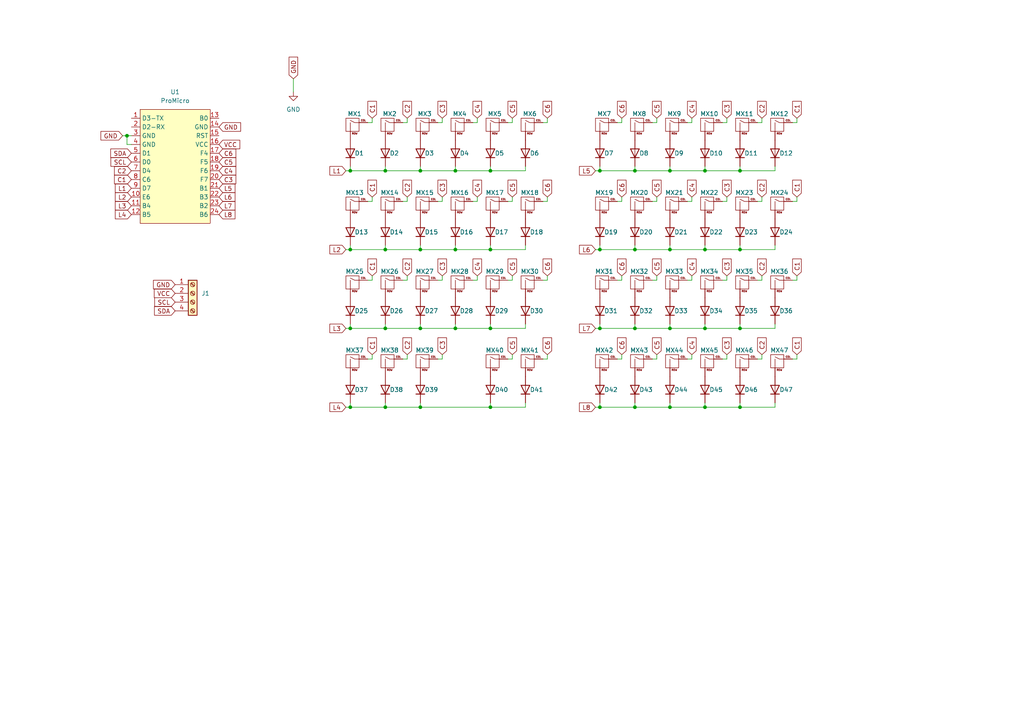
<source format=kicad_sch>
(kicad_sch (version 20230121) (generator eeschema)
  (paper "A4")
  (junction (at 142.24 95.25))
  (junction (at 184.15 95.25))
  (junction (at 194.31 49.53))
  (junction (at 111.76 118.11))
  (junction (at 184.15 118.11))
  (junction (at 173.99 95.25))
  (junction (at 111.76 95.25))
  (junction (at 101.6 95.25))
  (junction (at 173.99 118.11))
  (junction (at 132.08 95.25))
  (junction (at 194.31 95.25))
  (junction (at 214.63 49.53))
  (junction (at 101.6 72.39))
  (junction (at 121.92 72.39))
  (junction (at 194.31 72.39))
  (junction (at 194.31 118.11))
  (junction (at 173.99 72.39))
  (junction (at 142.24 72.39))
  (junction (at 121.92 95.25))
  (junction (at 111.76 72.39))
  (junction (at 121.92 49.53))
  (junction (at 101.6 118.11))
  (junction (at 36.83 39.37))
  (junction (at 204.47 95.25))
  (junction (at 204.47 118.11))
  (junction (at 132.08 72.39))
  (junction (at 142.24 118.11))
  (junction (at 173.99 49.53))
  (junction (at 184.15 49.53))
  (junction (at 204.47 72.39))
  (junction (at 111.76 49.53))
  (junction (at 214.63 118.11))
  (junction (at 121.92 118.11))
  (junction (at 101.6 49.53))
  (junction (at 214.63 95.25))
  (junction (at 132.08 49.53))
  (junction (at 184.15 72.39))
  (junction (at 142.24 49.53))
  (junction (at 204.47 49.53))
  (junction (at 214.63 72.39))
  (wire (pts (xy 142.24 118.11) (xy 142.24 116.84)))
  (wire (pts (xy 204.47 72.39) (xy 214.63 72.39)))
  (wire (pts (xy 179.07 58.42) (xy 180.34 58.42)))
  (wire (pts (xy 138.43 34.29) (xy 138.43 35.56)))
  (wire (pts (xy 132.08 95.25) (xy 142.24 95.25)))
  (wire (pts (xy 194.31 72.39) (xy 194.31 71.12)))
  (wire (pts (xy 101.6 72.39) (xy 111.76 72.39)))
  (wire (pts (xy 189.23 104.14) (xy 190.5 104.14)))
  (wire (pts (xy 184.15 118.11) (xy 194.31 118.11)))
  (wire (pts (xy 111.76 95.25) (xy 111.76 93.98)))
  (wire (pts (xy 128.27 57.15) (xy 128.27 58.42)))
  (wire (pts (xy 142.24 72.39) (xy 142.24 71.12)))
  (wire (pts (xy 132.08 72.39) (xy 142.24 72.39)))
  (wire (pts (xy 199.39 58.42) (xy 200.66 58.42)))
  (wire (pts (xy 118.11 34.29) (xy 118.11 35.56)))
  (wire (pts (xy 199.39 81.28) (xy 200.66 81.28)))
  (wire (pts (xy 157.48 58.42) (xy 158.75 58.42)))
  (wire (pts (xy 179.07 81.28) (xy 180.34 81.28)))
  (wire (pts (xy 229.87 81.28) (xy 231.14 81.28)))
  (wire (pts (xy 180.34 57.15) (xy 180.34 58.42)))
  (wire (pts (xy 118.11 57.15) (xy 118.11 58.42)))
  (wire (pts (xy 214.63 72.39) (xy 224.79 72.39)))
  (wire (pts (xy 142.24 72.39) (xy 152.4 72.39)))
  (wire (pts (xy 107.95 102.87) (xy 107.95 104.14)))
  (wire (pts (xy 121.92 49.53) (xy 132.08 49.53)))
  (wire (pts (xy 142.24 95.25) (xy 142.24 93.98)))
  (wire (pts (xy 194.31 118.11) (xy 194.31 116.84)))
  (wire (pts (xy 214.63 95.25) (xy 214.63 93.98)))
  (wire (pts (xy 132.08 95.25) (xy 132.08 93.98)))
  (wire (pts (xy 204.47 118.11) (xy 204.47 116.84)))
  (wire (pts (xy 148.59 102.87) (xy 148.59 104.14)))
  (wire (pts (xy 118.11 102.87) (xy 118.11 104.14)))
  (wire (pts (xy 172.72 72.39) (xy 173.99 72.39)))
  (wire (pts (xy 172.72 49.53) (xy 173.99 49.53)))
  (wire (pts (xy 100.33 118.11) (xy 101.6 118.11)))
  (wire (pts (xy 101.6 49.53) (xy 101.6 48.26)))
  (wire (pts (xy 107.95 80.01) (xy 107.95 81.28)))
  (wire (pts (xy 121.92 72.39) (xy 121.92 71.12)))
  (wire (pts (xy 179.07 104.14) (xy 180.34 104.14)))
  (wire (pts (xy 219.71 35.56) (xy 220.98 35.56)))
  (wire (pts (xy 148.59 34.29) (xy 148.59 35.56)))
  (wire (pts (xy 101.6 118.11) (xy 101.6 116.84)))
  (wire (pts (xy 190.5 80.01) (xy 190.5 81.28)))
  (wire (pts (xy 229.87 35.56) (xy 231.14 35.56)))
  (wire (pts (xy 101.6 95.25) (xy 101.6 93.98)))
  (wire (pts (xy 106.68 35.56) (xy 107.95 35.56)))
  (wire (pts (xy 157.48 81.28) (xy 158.75 81.28)))
  (wire (pts (xy 121.92 95.25) (xy 132.08 95.25)))
  (wire (pts (xy 219.71 81.28) (xy 220.98 81.28)))
  (wire (pts (xy 184.15 118.11) (xy 184.15 116.84)))
  (wire (pts (xy 194.31 95.25) (xy 194.31 93.98)))
  (wire (pts (xy 190.5 34.29) (xy 190.5 35.56)))
  (wire (pts (xy 209.55 58.42) (xy 210.82 58.42)))
  (wire (pts (xy 214.63 49.53) (xy 214.63 48.26)))
  (wire (pts (xy 229.87 104.14) (xy 231.14 104.14)))
  (wire (pts (xy 158.75 102.87) (xy 158.75 104.14)))
  (wire (pts (xy 199.39 104.14) (xy 200.66 104.14)))
  (wire (pts (xy 142.24 49.53) (xy 152.4 49.53)))
  (wire (pts (xy 224.79 95.25) (xy 224.79 93.98)))
  (wire (pts (xy 107.95 34.29) (xy 107.95 35.56)))
  (wire (pts (xy 158.75 34.29) (xy 158.75 35.56)))
  (wire (pts (xy 204.47 49.53) (xy 214.63 49.53)))
  (wire (pts (xy 111.76 49.53) (xy 111.76 48.26)))
  (wire (pts (xy 231.14 34.29) (xy 231.14 35.56)))
  (wire (pts (xy 210.82 80.01) (xy 210.82 81.28)))
  (wire (pts (xy 173.99 72.39) (xy 184.15 72.39)))
  (wire (pts (xy 101.6 95.25) (xy 111.76 95.25)))
  (wire (pts (xy 204.47 49.53) (xy 204.47 48.26)))
  (wire (pts (xy 128.27 80.01) (xy 128.27 81.28)))
  (wire (pts (xy 220.98 57.15) (xy 220.98 58.42)))
  (wire (pts (xy 220.98 102.87) (xy 220.98 104.14)))
  (wire (pts (xy 148.59 80.01) (xy 148.59 81.28)))
  (wire (pts (xy 142.24 118.11) (xy 152.4 118.11)))
  (wire (pts (xy 190.5 102.87) (xy 190.5 104.14)))
  (wire (pts (xy 209.55 81.28) (xy 210.82 81.28)))
  (wire (pts (xy 214.63 95.25) (xy 224.79 95.25)))
  (wire (pts (xy 147.32 58.42) (xy 148.59 58.42)))
  (wire (pts (xy 132.08 49.53) (xy 132.08 48.26)))
  (wire (pts (xy 142.24 95.25) (xy 152.4 95.25)))
  (wire (pts (xy 219.71 58.42) (xy 220.98 58.42)))
  (wire (pts (xy 36.83 41.91) (xy 36.83 39.37)))
  (wire (pts (xy 152.4 118.11) (xy 152.4 116.84)))
  (wire (pts (xy 224.79 49.53) (xy 224.79 48.26)))
  (wire (pts (xy 138.43 80.01) (xy 138.43 81.28)))
  (wire (pts (xy 204.47 118.11) (xy 214.63 118.11)))
  (wire (pts (xy 200.66 80.01) (xy 200.66 81.28)))
  (wire (pts (xy 111.76 72.39) (xy 111.76 71.12)))
  (wire (pts (xy 189.23 58.42) (xy 190.5 58.42)))
  (wire (pts (xy 106.68 104.14) (xy 107.95 104.14)))
  (wire (pts (xy 111.76 118.11) (xy 121.92 118.11)))
  (wire (pts (xy 204.47 95.25) (xy 214.63 95.25)))
  (wire (pts (xy 184.15 49.53) (xy 194.31 49.53)))
  (wire (pts (xy 189.23 35.56) (xy 190.5 35.56)))
  (wire (pts (xy 127 81.28) (xy 128.27 81.28)))
  (wire (pts (xy 184.15 72.39) (xy 184.15 71.12)))
  (wire (pts (xy 100.33 95.25) (xy 101.6 95.25)))
  (wire (pts (xy 194.31 118.11) (xy 204.47 118.11)))
  (wire (pts (xy 179.07 35.56) (xy 180.34 35.56)))
  (wire (pts (xy 127 104.14) (xy 128.27 104.14)))
  (wire (pts (xy 200.66 102.87) (xy 200.66 104.14)))
  (wire (pts (xy 200.66 34.29) (xy 200.66 35.56)))
  (wire (pts (xy 107.95 57.15) (xy 107.95 58.42)))
  (wire (pts (xy 199.39 35.56) (xy 200.66 35.56)))
  (wire (pts (xy 204.47 95.25) (xy 204.47 93.98)))
  (wire (pts (xy 194.31 72.39) (xy 204.47 72.39)))
  (wire (pts (xy 111.76 95.25) (xy 121.92 95.25)))
  (wire (pts (xy 214.63 118.11) (xy 214.63 116.84)))
  (wire (pts (xy 189.23 81.28) (xy 190.5 81.28)))
  (wire (pts (xy 214.63 72.39) (xy 214.63 71.12)))
  (wire (pts (xy 147.32 81.28) (xy 148.59 81.28)))
  (wire (pts (xy 111.76 118.11) (xy 111.76 116.84)))
  (wire (pts (xy 137.16 81.28) (xy 138.43 81.28)))
  (wire (pts (xy 214.63 49.53) (xy 224.79 49.53)))
  (wire (pts (xy 147.32 104.14) (xy 148.59 104.14)))
  (wire (pts (xy 180.34 80.01) (xy 180.34 81.28)))
  (wire (pts (xy 152.4 49.53) (xy 152.4 48.26)))
  (wire (pts (xy 101.6 118.11) (xy 111.76 118.11)))
  (wire (pts (xy 173.99 49.53) (xy 173.99 48.26)))
  (wire (pts (xy 137.16 35.56) (xy 138.43 35.56)))
  (wire (pts (xy 229.87 58.42) (xy 231.14 58.42)))
  (wire (pts (xy 147.32 35.56) (xy 148.59 35.56)))
  (wire (pts (xy 194.31 95.25) (xy 204.47 95.25)))
  (wire (pts (xy 116.84 81.28) (xy 118.11 81.28)))
  (wire (pts (xy 224.79 72.39) (xy 224.79 71.12)))
  (wire (pts (xy 209.55 35.56) (xy 210.82 35.56)))
  (wire (pts (xy 152.4 72.39) (xy 152.4 71.12)))
  (wire (pts (xy 116.84 35.56) (xy 118.11 35.56)))
  (wire (pts (xy 157.48 104.14) (xy 158.75 104.14)))
  (wire (pts (xy 101.6 72.39) (xy 101.6 71.12)))
  (wire (pts (xy 173.99 49.53) (xy 184.15 49.53)))
  (wire (pts (xy 214.63 118.11) (xy 224.79 118.11)))
  (wire (pts (xy 200.66 57.15) (xy 200.66 58.42)))
  (wire (pts (xy 184.15 95.25) (xy 194.31 95.25)))
  (wire (pts (xy 184.15 72.39) (xy 194.31 72.39)))
  (wire (pts (xy 231.14 80.01) (xy 231.14 81.28)))
  (wire (pts (xy 173.99 95.25) (xy 184.15 95.25)))
  (wire (pts (xy 220.98 80.01) (xy 220.98 81.28)))
  (wire (pts (xy 36.83 39.37) (xy 38.1 39.37)))
  (wire (pts (xy 111.76 72.39) (xy 121.92 72.39)))
  (wire (pts (xy 204.47 72.39) (xy 204.47 71.12)))
  (wire (pts (xy 118.11 80.01) (xy 118.11 81.28)))
  (wire (pts (xy 184.15 49.53) (xy 184.15 48.26)))
  (wire (pts (xy 106.68 81.28) (xy 107.95 81.28)))
  (wire (pts (xy 173.99 118.11) (xy 184.15 118.11)))
  (wire (pts (xy 100.33 49.53) (xy 101.6 49.53)))
  (wire (pts (xy 194.31 49.53) (xy 204.47 49.53)))
  (wire (pts (xy 35.56 39.37) (xy 36.83 39.37)))
  (wire (pts (xy 172.72 118.11) (xy 173.99 118.11)))
  (wire (pts (xy 148.59 57.15) (xy 148.59 58.42)))
  (wire (pts (xy 220.98 34.29) (xy 220.98 35.56)))
  (wire (pts (xy 100.33 72.39) (xy 101.6 72.39)))
  (wire (pts (xy 106.68 58.42) (xy 107.95 58.42)))
  (wire (pts (xy 157.48 35.56) (xy 158.75 35.56)))
  (wire (pts (xy 190.5 57.15) (xy 190.5 58.42)))
  (wire (pts (xy 132.08 72.39) (xy 132.08 71.12)))
  (wire (pts (xy 152.4 95.25) (xy 152.4 93.98)))
  (wire (pts (xy 116.84 104.14) (xy 118.11 104.14)))
  (wire (pts (xy 128.27 34.29) (xy 128.27 35.56)))
  (wire (pts (xy 121.92 118.11) (xy 121.92 116.84)))
  (wire (pts (xy 173.99 72.39) (xy 173.99 71.12)))
  (wire (pts (xy 116.84 58.42) (xy 118.11 58.42)))
  (wire (pts (xy 121.92 118.11) (xy 142.24 118.11)))
  (wire (pts (xy 180.34 102.87) (xy 180.34 104.14)))
  (wire (pts (xy 138.43 57.15) (xy 138.43 58.42)))
  (wire (pts (xy 121.92 72.39) (xy 132.08 72.39)))
  (wire (pts (xy 231.14 57.15) (xy 231.14 58.42)))
  (wire (pts (xy 132.08 49.53) (xy 142.24 49.53)))
  (wire (pts (xy 121.92 49.53) (xy 121.92 48.26)))
  (wire (pts (xy 101.6 49.53) (xy 111.76 49.53)))
  (wire (pts (xy 158.75 57.15) (xy 158.75 58.42)))
  (wire (pts (xy 180.34 34.29) (xy 180.34 35.56)))
  (wire (pts (xy 158.75 80.01) (xy 158.75 81.28)))
  (wire (pts (xy 219.71 104.14) (xy 220.98 104.14)))
  (wire (pts (xy 111.76 49.53) (xy 121.92 49.53)))
  (wire (pts (xy 121.92 95.25) (xy 121.92 93.98)))
  (wire (pts (xy 194.31 49.53) (xy 194.31 48.26)))
  (wire (pts (xy 127 58.42) (xy 128.27 58.42)))
  (wire (pts (xy 210.82 34.29) (xy 210.82 35.56)))
  (wire (pts (xy 173.99 95.25) (xy 173.99 93.98)))
  (wire (pts (xy 231.14 102.87) (xy 231.14 104.14)))
  (wire (pts (xy 210.82 57.15) (xy 210.82 58.42)))
  (wire (pts (xy 209.55 104.14) (xy 210.82 104.14)))
  (wire (pts (xy 184.15 95.25) (xy 184.15 93.98)))
  (wire (pts (xy 128.27 102.87) (xy 128.27 104.14)))
  (wire (pts (xy 142.24 49.53) (xy 142.24 48.26)))
  (wire (pts (xy 127 35.56) (xy 128.27 35.56)))
  (wire (pts (xy 38.1 41.91) (xy 36.83 41.91)))
  (wire (pts (xy 224.79 118.11) (xy 224.79 116.84)))
  (wire (pts (xy 210.82 102.87) (xy 210.82 104.14)))
  (wire (pts (xy 137.16 58.42) (xy 138.43 58.42)))
  (wire (pts (xy 173.99 118.11) (xy 173.99 116.84)))
  (wire (pts (xy 172.72 95.25) (xy 173.99 95.25)))
  (wire (pts (xy 85.09 22.86) (xy 85.09 26.67)))
  (global_label "C4" (shape input) (at 200.66 34.29 90) (property "Intersheetrefs" "${INTERSHEET_REFS}" (effects hide)))
  (global_label "GND" (shape input) (at 63.5 36.83 0) (property "Intersheetrefs" "${INTERSHEET_REFS}" (effects hide)))
  (global_label "VCC" (shape input) (at 63.5 41.91 0) (property "Intersheetrefs" "${INTERSHEET_REFS}" (effects hide)))
  (global_label "SDA" (shape input) (at 50.8 90.17 180) (property "Intersheetrefs" "${INTERSHEET_REFS}" (effects hide)))
  (global_label "C6" (shape input) (at 63.5 44.45 0) (property "Intersheetrefs" "${INTERSHEET_REFS}" (effects hide)))
  (global_label "C5" (shape input) (at 148.59 102.87 90) (property "Intersheetrefs" "${INTERSHEET_REFS}" (effects hide)))
  (global_label "C1" (shape input) (at 231.14 57.15 90) (property "Intersheetrefs" "${INTERSHEET_REFS}" (effects hide)))
  (global_label "C2" (shape input) (at 118.11 34.29 90) (property "Intersheetrefs" "${INTERSHEET_REFS}" (effects hide)))
  (global_label "C3" (shape input) (at 210.82 34.29 90) (property "Intersheetrefs" "${INTERSHEET_REFS}" (effects hide)))
  (global_label "C5" (shape input) (at 148.59 57.15 90) (property "Intersheetrefs" "${INTERSHEET_REFS}" (effects hide)))
  (global_label "C3" (shape input) (at 128.27 80.01 90) (property "Intersheetrefs" "${INTERSHEET_REFS}" (effects hide)))
  (global_label "C3" (shape input) (at 63.5 52.07 0) (property "Intersheetrefs" "${INTERSHEET_REFS}" (effects hide)))
  (global_label "L8" (shape input) (at 63.5 62.23 0) (property "Intersheetrefs" "${INTERSHEET_REFS}" (effects hide)))
  (global_label "C5" (shape input) (at 148.59 34.29 90) (property "Intersheetrefs" "${INTERSHEET_REFS}" (effects hide)))
  (global_label "C6" (shape input) (at 158.75 57.15 90) (property "Intersheetrefs" "${INTERSHEET_REFS}" (effects hide)))
  (global_label "C6" (shape input) (at 158.75 102.87 90) (property "Intersheetrefs" "${INTERSHEET_REFS}" (effects hide)))
  (global_label "C6" (shape input) (at 180.34 102.87 90) (property "Intersheetrefs" "${INTERSHEET_REFS}" (effects hide)))
  (global_label "SCL" (shape input) (at 38.1 46.99 180) (property "Intersheetrefs" "${INTERSHEET_REFS}" (effects hide)))
  (global_label "C1" (shape input) (at 107.95 34.29 90) (property "Intersheetrefs" "${INTERSHEET_REFS}" (effects hide)))
  (global_label "VCC" (shape input) (at 50.8 85.09 180) (property "Intersheetrefs" "${INTERSHEET_REFS}" (effects hide)))
  (global_label "C1" (shape input) (at 38.1 52.07 180) (property "Intersheetrefs" "${INTERSHEET_REFS}" (effects hide)))
  (global_label "C2" (shape input) (at 220.98 57.15 90) (property "Intersheetrefs" "${INTERSHEET_REFS}" (effects hide)))
  (global_label "C4" (shape input) (at 138.43 57.15 90) (property "Intersheetrefs" "${INTERSHEET_REFS}" (effects hide)))
  (global_label "C5" (shape input) (at 190.5 80.01 90) (property "Intersheetrefs" "${INTERSHEET_REFS}" (effects hide)))
  (global_label "C1" (shape input) (at 231.14 102.87 90) (property "Intersheetrefs" "${INTERSHEET_REFS}" (effects hide)))
  (global_label "C6" (shape input) (at 158.75 80.01 90) (property "Intersheetrefs" "${INTERSHEET_REFS}" (effects hide)))
  (global_label "L5" (shape input) (at 172.72 49.53 180) (property "Intersheetrefs" "${INTERSHEET_REFS}" (effects hide)))
  (global_label "C5" (shape input) (at 190.5 34.29 90) (property "Intersheetrefs" "${INTERSHEET_REFS}" (effects hide)))
  (global_label "C4" (shape input) (at 138.43 80.01 90) (property "Intersheetrefs" "${INTERSHEET_REFS}" (effects hide)))
  (global_label "C5" (shape input) (at 190.5 102.87 90) (property "Intersheetrefs" "${INTERSHEET_REFS}" (effects hide)))
  (global_label "L1" (shape input) (at 38.1 54.61 180) (property "Intersheetrefs" "${INTERSHEET_REFS}" (effects hide)))
  (global_label "C2" (shape input) (at 220.98 80.01 90) (property "Intersheetrefs" "${INTERSHEET_REFS}" (effects hide)))
  (global_label "C4" (shape input) (at 138.43 34.29 90) (property "Intersheetrefs" "${INTERSHEET_REFS}" (effects hide)))
  (global_label "C3" (shape input) (at 210.82 102.87 90) (property "Intersheetrefs" "${INTERSHEET_REFS}" (effects hide)))
  (global_label "C1" (shape input) (at 107.95 57.15 90) (property "Intersheetrefs" "${INTERSHEET_REFS}" (effects hide)))
  (global_label "C5" (shape input) (at 63.5 46.99 0) (property "Intersheetrefs" "${INTERSHEET_REFS}" (effects hide)))
  (global_label "C3" (shape input) (at 210.82 57.15 90) (property "Intersheetrefs" "${INTERSHEET_REFS}" (effects hide)))
  (global_label "C2" (shape input) (at 118.11 57.15 90) (property "Intersheetrefs" "${INTERSHEET_REFS}" (effects hide)))
  (global_label "L4" (shape input) (at 38.1 62.23 180) (property "Intersheetrefs" "${INTERSHEET_REFS}" (effects hide)))
  (global_label "C5" (shape input) (at 190.5 57.15 90) (property "Intersheetrefs" "${INTERSHEET_REFS}" (effects hide)))
  (global_label "L1" (shape input) (at 100.33 49.53 180) (property "Intersheetrefs" "${INTERSHEET_REFS}" (effects hide)))
  (global_label "L2" (shape input) (at 100.33 72.39 180) (property "Intersheetrefs" "${INTERSHEET_REFS}" (effects hide)))
  (global_label "L2" (shape input) (at 38.1 57.15 180) (property "Intersheetrefs" "${INTERSHEET_REFS}" (effects hide)))
  (global_label "GND" (shape input) (at 85.09 22.86 90) (property "Intersheetrefs" "${INTERSHEET_REFS}" (effects hide)))
  (global_label "C4" (shape input) (at 200.66 102.87 90) (property "Intersheetrefs" "${INTERSHEET_REFS}" (effects hide)))
  (global_label "C6" (shape input) (at 158.75 34.29 90) (property "Intersheetrefs" "${INTERSHEET_REFS}" (effects hide)))
  (global_label "L7" (shape input) (at 172.72 95.25 180) (property "Intersheetrefs" "${INTERSHEET_REFS}" (effects hide)))
  (global_label "C2" (shape input) (at 118.11 80.01 90) (property "Intersheetrefs" "${INTERSHEET_REFS}" (effects hide)))
  (global_label "L5" (shape input) (at 63.5 54.61 0) (property "Intersheetrefs" "${INTERSHEET_REFS}" (effects hide)))
  (global_label "L6" (shape input) (at 172.72 72.39 180) (property "Intersheetrefs" "${INTERSHEET_REFS}" (effects hide)))
  (global_label "C3" (shape input) (at 128.27 57.15 90) (property "Intersheetrefs" "${INTERSHEET_REFS}" (effects hide)))
  (global_label "C6" (shape input) (at 180.34 57.15 90) (property "Intersheetrefs" "${INTERSHEET_REFS}" (effects hide)))
  (global_label "C2" (shape input) (at 220.98 102.87 90) (property "Intersheetrefs" "${INTERSHEET_REFS}" (effects hide)))
  (global_label "L3" (shape input) (at 100.33 95.25 180) (property "Intersheetrefs" "${INTERSHEET_REFS}" (effects hide)))
  (global_label "L7" (shape input) (at 63.5 59.69 0) (property "Intersheetrefs" "${INTERSHEET_REFS}" (effects hide)))
  (global_label "C1" (shape input) (at 107.95 102.87 90) (property "Intersheetrefs" "${INTERSHEET_REFS}" (effects hide)))
  (global_label "L4" (shape input) (at 100.33 118.11 180) (property "Intersheetrefs" "${INTERSHEET_REFS}" (effects hide)))
  (global_label "C6" (shape input) (at 180.34 80.01 90) (property "Intersheetrefs" "${INTERSHEET_REFS}" (effects hide)))
  (global_label "C1" (shape input) (at 231.14 80.01 90) (property "Intersheetrefs" "${INTERSHEET_REFS}" (effects hide)))
  (global_label "C4" (shape input) (at 200.66 80.01 90) (property "Intersheetrefs" "${INTERSHEET_REFS}" (effects hide)))
  (global_label "C6" (shape input) (at 180.34 34.29 90) (property "Intersheetrefs" "${INTERSHEET_REFS}" (effects hide)))
  (global_label "C3" (shape input) (at 128.27 102.87 90) (property "Intersheetrefs" "${INTERSHEET_REFS}" (effects hide)))
  (global_label "L8" (shape input) (at 172.72 118.11 180) (property "Intersheetrefs" "${INTERSHEET_REFS}" (effects hide)))
  (global_label "C4" (shape input) (at 63.5 49.53 0) (property "Intersheetrefs" "${INTERSHEET_REFS}" (effects hide)))
  (global_label "C5" (shape input) (at 148.59 80.01 90) (property "Intersheetrefs" "${INTERSHEET_REFS}" (effects hide)))
  (global_label "C2" (shape input) (at 220.98 34.29 90) (property "Intersheetrefs" "${INTERSHEET_REFS}" (effects hide)))
  (global_label "C2" (shape input) (at 118.11 102.87 90) (property "Intersheetrefs" "${INTERSHEET_REFS}" (effects hide)))
  (global_label "C1" (shape input) (at 107.95 80.01 90) (property "Intersheetrefs" "${INTERSHEET_REFS}" (effects hide)))
  (global_label "C1" (shape input) (at 231.14 34.29 90) (property "Intersheetrefs" "${INTERSHEET_REFS}" (effects hide)))
  (global_label "GND" (shape input) (at 50.8 82.55 180) (property "Intersheetrefs" "${INTERSHEET_REFS}" (effects hide)))
  (global_label "C2" (shape input) (at 38.1 49.53 180) (property "Intersheetrefs" "${INTERSHEET_REFS}" (effects hide)))
  (global_label "SDA" (shape input) (at 38.1 44.45 180) (property "Intersheetrefs" "${INTERSHEET_REFS}" (effects hide)))
  (global_label "SCL" (shape input) (at 50.8 87.63 180) (property "Intersheetrefs" "${INTERSHEET_REFS}" (effects hide)))
  (global_label "C3" (shape input) (at 210.82 80.01 90) (property "Intersheetrefs" "${INTERSHEET_REFS}" (effects hide)))
  (global_label "C3" (shape input) (at 128.27 34.29 90) (property "Intersheetrefs" "${INTERSHEET_REFS}" (effects hide)))
  (global_label "C4" (shape input) (at 200.66 57.15 90) (property "Intersheetrefs" "${INTERSHEET_REFS}" (effects hide)))
  (global_label "L3" (shape input) (at 38.1 59.69 180) (property "Intersheetrefs" "${INTERSHEET_REFS}" (effects hide)))
  (global_label "L6" (shape input) (at 63.5 57.15 0) (property "Intersheetrefs" "${INTERSHEET_REFS}" (effects hide)))
  (global_label "GND" (shape input) (at 35.56 39.37 180) (property "Intersheetrefs" "${INTERSHEET_REFS}" (effects hide)))
  (symbol (lib_id "PCM_0xcb:MX") (at 123.19 35.56 0) (unit 1)
    (property "Reference" "MX3" (at 123.19 33.02 0))
    (property "Value" "MX" (effects hide))
    (property "Footprint" "mx:MX-Alps-Hybrid-1U" (effects hide))
  )
  (symbol (lib_id "Diode:1N4148") (at 152.4 90.17 90) (unit 1)
    (property "Reference" "D30" (at 153.67 90.17 90) (effects (justify right)))
    (property "Value" "1N4148" (effects hide))
    (property "Footprint" "Diode_THT:D_DO-35_SOD27_P7.62mm_Horizontal" (effects hide))
    (property "Datasheet" "https://assets.nexperia.com/documents/data-sheet/1N4148_1N4448.pdf" (effects hide))
    (property "Sim.Device" "D" (effects hide))
    (property "Sim.Pins" "1=K 2=A" (effects hide))
  )
  (symbol (lib_id "PCM_0xcb:MX") (at 133.35 58.42 0) (unit 1)
    (property "Reference" "MX16" (at 133.35 55.88 0))
    (property "Value" "MX" (effects hide))
    (property "Footprint" "mx:MX-Alps-Hybrid-1U" (effects hide))
  )
  (symbol (lib_id "Diode:1N4148") (at 101.6 44.45 90) (unit 1)
    (property "Reference" "D1" (at 102.87 44.45 90) (effects (justify right)))
    (property "Value" "1N4148" (effects hide))
    (property "Footprint" "Diode_THT:D_DO-35_SOD27_P7.62mm_Horizontal" (effects hide))
    (property "Datasheet" "https://assets.nexperia.com/documents/data-sheet/1N4148_1N4448.pdf" (effects hide))
    (property "Sim.Device" "D" (effects hide))
    (property "Sim.Pins" "1=K 2=A" (effects hide))
  )
  (symbol (lib_id "PCM_0xcb:MX") (at 123.19 81.28 0) (unit 1)
    (property "Reference" "MX27" (at 123.19 78.74 0))
    (property "Value" "MX" (effects hide))
    (property "Footprint" "mx:MX-Alps-Hybrid-1U" (effects hide))
  )
  (symbol (lib_id "PCM_0xcb:MX") (at 133.35 81.28 0) (unit 1)
    (property "Reference" "MX28" (at 133.35 78.74 0))
    (property "Value" "MX" (effects hide))
    (property "Footprint" "mx:MX-Alps-Hybrid-1U" (effects hide))
  )
  (symbol (lib_id "PCM_0xcb:MX") (at 143.51 81.28 0) (unit 1)
    (property "Reference" "MX29" (at 143.51 78.74 0))
    (property "Value" "MX" (effects hide))
    (property "Footprint" "mx:MX-Alps-Hybrid-1U" (effects hide))
  )
  (symbol (lib_id "Diode:1N4148") (at 111.76 44.45 90) (unit 1)
    (property "Reference" "D2" (at 113.03 44.45 90) (effects (justify right)))
    (property "Value" "1N4148" (effects hide))
    (property "Footprint" "Diode_THT:D_DO-35_SOD27_P7.62mm_Horizontal" (effects hide))
    (property "Datasheet" "https://assets.nexperia.com/documents/data-sheet/1N4148_1N4448.pdf" (effects hide))
    (property "Sim.Device" "D" (effects hide))
    (property "Sim.Pins" "1=K 2=A" (effects hide))
  )
  (symbol (lib_id "Diode:1N4148") (at 214.63 90.17 90) (unit 1)
    (property "Reference" "D35" (at 215.9 90.17 90) (effects (justify right)))
    (property "Value" "1N4148" (effects hide))
    (property "Footprint" "Diode_THT:D_DO-35_SOD27_P7.62mm_Horizontal" (effects hide))
    (property "Datasheet" "https://assets.nexperia.com/documents/data-sheet/1N4148_1N4448.pdf" (effects hide))
    (property "Sim.Device" "D" (effects hide))
    (property "Sim.Pins" "1=K 2=A" (effects hide))
  )
  (symbol (lib_id "PCM_0xcb:MX") (at 195.58 81.28 0) (unit 1)
    (property "Reference" "MX33" (at 195.58 78.74 0))
    (property "Value" "MX" (effects hide))
    (property "Footprint" "mx:MX-Alps-Hybrid-1U" (effects hide))
  )
  (symbol (lib_id "PCM_0xcb:MX") (at 175.26 104.14 0) (unit 1)
    (property "Reference" "MX42" (at 175.26 101.6 0))
    (property "Value" "MX" (effects hide))
    (property "Footprint" "mx:MX-Alps-Hybrid-2.25U" (effects hide))
  )
  (symbol (lib_id "PCM_0xcb:MX") (at 153.67 104.14 0) (unit 1)
    (property "Reference" "MX41" (at 153.67 101.6 0))
    (property "Value" "MX" (effects hide))
    (property "Footprint" "mx:MX-Alps-Hybrid-1.25U" (effects hide))
  )
  (symbol (lib_id "Diode:1N4148") (at 194.31 90.17 90) (unit 1)
    (property "Reference" "D33" (at 195.58 90.17 90) (effects (justify right)))
    (property "Value" "1N4148" (effects hide))
    (property "Footprint" "Diode_THT:D_DO-35_SOD27_P7.62mm_Horizontal" (effects hide))
    (property "Datasheet" "https://assets.nexperia.com/documents/data-sheet/1N4148_1N4448.pdf" (effects hide))
    (property "Sim.Device" "D" (effects hide))
    (property "Sim.Pins" "1=K 2=A" (effects hide))
  )
  (symbol (lib_id "PCM_0xcb:MX") (at 205.74 35.56 0) (unit 1)
    (property "Reference" "MX10" (at 205.74 33.02 0))
    (property "Value" "MX" (effects hide))
    (property "Footprint" "mx:MX-Alps-Hybrid-1U" (effects hide))
  )
  (symbol (lib_id "Diode:1N4148") (at 204.47 90.17 90) (unit 1)
    (property "Reference" "D34" (at 205.74 90.17 90) (effects (justify right)))
    (property "Value" "1N4148" (effects hide))
    (property "Footprint" "Diode_THT:D_DO-35_SOD27_P7.62mm_Horizontal" (effects hide))
    (property "Datasheet" "https://assets.nexperia.com/documents/data-sheet/1N4148_1N4448.pdf" (effects hide))
    (property "Sim.Device" "D" (effects hide))
    (property "Sim.Pins" "1=K 2=A" (effects hide))
  )
  (symbol (lib_id "Diode:1N4148") (at 132.08 90.17 90) (unit 1)
    (property "Reference" "D28" (at 133.35 90.17 90) (effects (justify right)))
    (property "Value" "1N4148" (effects hide))
    (property "Footprint" "Diode_THT:D_DO-35_SOD27_P7.62mm_Horizontal" (effects hide))
    (property "Datasheet" "https://assets.nexperia.com/documents/data-sheet/1N4148_1N4448.pdf" (effects hide))
    (property "Sim.Device" "D" (effects hide))
    (property "Sim.Pins" "1=K 2=A" (effects hide))
  )
  (symbol (lib_id "PCM_0xcb:MX") (at 102.87 58.42 0) (unit 1)
    (property "Reference" "MX13" (at 102.87 55.88 0))
    (property "Value" "MX" (effects hide))
    (property "Footprint" "mx:MX-Alps-Hybrid-1.25U" (effects hide))
  )
  (symbol (lib_id "Diode:1N4148") (at 224.79 90.17 90) (unit 1)
    (property "Reference" "D36" (at 226.06 90.17 90) (effects (justify right)))
    (property "Value" "1N4148" (effects hide))
    (property "Footprint" "Diode_THT:D_DO-35_SOD27_P7.62mm_Horizontal" (effects hide))
    (property "Datasheet" "https://assets.nexperia.com/documents/data-sheet/1N4148_1N4448.pdf" (effects hide))
    (property "Sim.Device" "D" (effects hide))
    (property "Sim.Pins" "1=K 2=A" (effects hide))
  )
  (symbol (lib_id "Diode:1N4148") (at 121.92 44.45 90) (unit 1)
    (property "Reference" "D3" (at 123.19 44.45 90) (effects (justify right)))
    (property "Value" "1N4148" (effects hide))
    (property "Footprint" "Diode_THT:D_DO-35_SOD27_P7.62mm_Horizontal" (effects hide))
    (property "Datasheet" "https://assets.nexperia.com/documents/data-sheet/1N4148_1N4448.pdf" (effects hide))
    (property "Sim.Device" "D" (effects hide))
    (property "Sim.Pins" "1=K 2=A" (effects hide))
  )
  (symbol (lib_id "Diode:1N4148") (at 111.76 90.17 90) (unit 1)
    (property "Reference" "D26" (at 113.03 90.17 90) (effects (justify right)))
    (property "Value" "1N4148" (effects hide))
    (property "Footprint" "Diode_THT:D_DO-35_SOD27_P7.62mm_Horizontal" (effects hide))
    (property "Datasheet" "https://assets.nexperia.com/documents/data-sheet/1N4148_1N4448.pdf" (effects hide))
    (property "Sim.Device" "D" (effects hide))
    (property "Sim.Pins" "1=K 2=A" (effects hide))
  )
  (symbol (lib_id "Diode:1N4148") (at 194.31 44.45 90) (unit 1)
    (property "Reference" "D9" (at 195.58 44.45 90) (effects (justify right)))
    (property "Value" "1N4148" (effects hide))
    (property "Footprint" "Diode_THT:D_DO-35_SOD27_P7.62mm_Horizontal" (effects hide))
    (property "Datasheet" "https://assets.nexperia.com/documents/data-sheet/1N4148_1N4448.pdf" (effects hide))
    (property "Sim.Device" "D" (effects hide))
    (property "Sim.Pins" "1=K 2=A" (effects hide))
  )
  (symbol (lib_id "PCM_0xcb:MX") (at 185.42 58.42 0) (unit 1)
    (property "Reference" "MX20" (at 185.42 55.88 0))
    (property "Value" "MX" (effects hide))
    (property "Footprint" "mx:MX-Alps-Hybrid-1U" (effects hide))
  )
  (symbol (lib_id "Diode:1N4148") (at 173.99 44.45 90) (unit 1)
    (property "Reference" "D7" (at 175.26 44.45 90) (effects (justify right)))
    (property "Value" "1N4148" (effects hide))
    (property "Footprint" "Diode_THT:D_DO-35_SOD27_P7.62mm_Horizontal" (effects hide))
    (property "Datasheet" "https://assets.nexperia.com/documents/data-sheet/1N4148_1N4448.pdf" (effects hide))
    (property "Sim.Device" "D" (effects hide))
    (property "Sim.Pins" "1=K 2=A" (effects hide))
  )
  (symbol (lib_id "Diode:1N4148") (at 101.6 90.17 90) (unit 1)
    (property "Reference" "D25" (at 102.87 90.17 90) (effects (justify right)))
    (property "Value" "1N4148" (effects hide))
    (property "Footprint" "Diode_THT:D_DO-35_SOD27_P7.62mm_Horizontal" (effects hide))
    (property "Datasheet" "https://assets.nexperia.com/documents/data-sheet/1N4148_1N4448.pdf" (effects hide))
    (property "Sim.Device" "D" (effects hide))
    (property "Sim.Pins" "1=K 2=A" (effects hide))
  )
  (symbol (lib_id "PCM_0xcb:MX") (at 226.06 58.42 0) (unit 1)
    (property "Reference" "MX24" (at 226.06 55.88 0))
    (property "Value" "MX" (effects hide))
    (property "Footprint" "mx:MX-Alps-Hybrid-1.25U" (effects hide))
  )
  (symbol (lib_id "PCM_0xcb:MX") (at 113.03 58.42 0) (unit 1)
    (property "Reference" "MX14" (at 113.03 55.88 0))
    (property "Value" "MX" (effects hide))
    (property "Footprint" "mx:MX-Alps-Hybrid-1U" (effects hide))
  )
  (symbol (lib_id "PCM_0xcb:MX") (at 153.67 58.42 0) (unit 1)
    (property "Reference" "MX18" (at 153.67 55.88 0))
    (property "Value" "MX" (effects hide))
    (property "Footprint" "mx:MX-Alps-Hybrid-1U" (effects hide))
  )
  (symbol (lib_id "Diode:1N4148") (at 101.6 113.03 90) (unit 1)
    (property "Reference" "D37" (at 102.87 113.03 90) (effects (justify right)))
    (property "Value" "1N4148" (effects hide))
    (property "Footprint" "Diode_THT:D_DO-35_SOD27_P7.62mm_Horizontal" (effects hide))
    (property "Datasheet" "https://assets.nexperia.com/documents/data-sheet/1N4148_1N4448.pdf" (effects hide))
    (property "Sim.Device" "D" (effects hide))
    (property "Sim.Pins" "1=K 2=A" (effects hide))
  )
  (symbol (lib_id "Diode:1N4148") (at 184.15 67.31 90) (unit 1)
    (property "Reference" "D20" (at 185.42 67.31 90) (effects (justify right)))
    (property "Value" "1N4148" (effects hide))
    (property "Footprint" "Diode_THT:D_DO-35_SOD27_P7.62mm_Horizontal" (effects hide))
    (property "Datasheet" "https://assets.nexperia.com/documents/data-sheet/1N4148_1N4448.pdf" (effects hide))
    (property "Sim.Device" "D" (effects hide))
    (property "Sim.Pins" "1=K 2=A" (effects hide))
  )
  (symbol (lib_id "PCM_0xcb:MX") (at 143.51 104.14 0) (unit 1)
    (property "Reference" "MX40" (at 143.51 101.6 0))
    (property "Value" "MX" (effects hide))
    (property "Footprint" "mx:MX-Alps-Hybrid-1.25U" (effects hide))
  )
  (symbol (lib_id "PCM_marbastlib-promicroish:Arduino_ProMicro") (at 50.8 48.26 0) (unit 1) (in_bom no)
    (property "Reference" "U1" (at 50.8 26.67 0))
    (property "Value" "ProMicro" (at 50.8 29.21 0))
    (property "Footprint" "PCM_marbastlib-xp-promicroish:ProMicro_USBup" (effects hide))
  )
  (symbol (lib_id "PCM_0xcb:MX") (at 215.9 81.28 0) (unit 1)
    (property "Reference" "MX35" (at 215.9 78.74 0))
    (property "Value" "MX" (effects hide))
    (property "Footprint" "mx:MX-Alps-Hybrid-1U" (effects hide))
  )
  (symbol (lib_id "Diode:1N4148") (at 214.63 67.31 90) (unit 1)
    (property "Reference" "D23" (at 215.9 67.31 90) (effects (justify right)))
    (property "Value" "1N4148" (effects hide))
    (property "Footprint" "Diode_THT:D_DO-35_SOD27_P7.62mm_Horizontal" (effects hide))
    (property "Datasheet" "https://assets.nexperia.com/documents/data-sheet/1N4148_1N4448.pdf" (effects hide))
    (property "Sim.Device" "D" (effects hide))
    (property "Sim.Pins" "1=K 2=A" (effects hide))
  )
  (symbol (lib_id "Diode:1N4148") (at 121.92 67.31 90) (unit 1)
    (property "Reference" "D15" (at 123.19 67.31 90) (effects (justify right)))
    (property "Value" "1N4148" (effects hide))
    (property "Footprint" "Diode_THT:D_DO-35_SOD27_P7.62mm_Horizontal" (effects hide))
    (property "Datasheet" "https://assets.nexperia.com/documents/data-sheet/1N4148_1N4448.pdf" (effects hide))
    (property "Sim.Device" "D" (effects hide))
    (property "Sim.Pins" "1=K 2=A" (effects hide))
  )
  (symbol (lib_id "Diode:1N4148") (at 111.76 67.31 90) (unit 1)
    (property "Reference" "D14" (at 113.03 67.31 90) (effects (justify right)))
    (property "Value" "1N4148" (effects hide))
    (property "Footprint" "Diode_THT:D_DO-35_SOD27_P7.62mm_Horizontal" (effects hide))
    (property "Datasheet" "https://assets.nexperia.com/documents/data-sheet/1N4148_1N4448.pdf" (effects hide))
    (property "Sim.Device" "D" (effects hide))
    (property "Sim.Pins" "1=K 2=A" (effects hide))
  )
  (symbol (lib_id "Diode:1N4148") (at 224.79 44.45 90) (unit 1)
    (property "Reference" "D12" (at 226.06 44.45 90) (effects (justify right)))
    (property "Value" "1N4148" (effects hide))
    (property "Footprint" "Diode_THT:D_DO-35_SOD27_P7.62mm_Horizontal" (effects hide))
    (property "Datasheet" "https://assets.nexperia.com/documents/data-sheet/1N4148_1N4448.pdf" (effects hide))
    (property "Sim.Device" "D" (effects hide))
    (property "Sim.Pins" "1=K 2=A" (effects hide))
  )
  (symbol (lib_id "Diode:1N4148") (at 132.08 67.31 90) (unit 1)
    (property "Reference" "D16" (at 133.35 67.31 90) (effects (justify right)))
    (property "Value" "1N4148" (effects hide))
    (property "Footprint" "Diode_THT:D_DO-35_SOD27_P7.62mm_Horizontal" (effects hide))
    (property "Datasheet" "https://assets.nexperia.com/documents/data-sheet/1N4148_1N4448.pdf" (effects hide))
    (property "Sim.Device" "D" (effects hide))
    (property "Sim.Pins" "1=K 2=A" (effects hide))
  )
  (symbol (lib_id "Diode:1N4148") (at 142.24 90.17 90) (unit 1)
    (property "Reference" "D29" (at 143.51 90.17 90) (effects (justify right)))
    (property "Value" "1N4148" (effects hide))
    (property "Footprint" "Diode_THT:D_DO-35_SOD27_P7.62mm_Horizontal" (effects hide))
    (property "Datasheet" "https://assets.nexperia.com/documents/data-sheet/1N4148_1N4448.pdf" (effects hide))
    (property "Sim.Device" "D" (effects hide))
    (property "Sim.Pins" "1=K 2=A" (effects hide))
  )
  (symbol (lib_id "PCM_0xcb:MX") (at 195.58 58.42 0) (unit 1)
    (property "Reference" "MX21" (at 195.58 55.88 0))
    (property "Value" "MX" (effects hide))
    (property "Footprint" "mx:MX-Alps-Hybrid-1U" (effects hide))
  )
  (symbol (lib_id "Diode:1N4148") (at 142.24 67.31 90) (unit 1)
    (property "Reference" "D17" (at 143.51 67.31 90) (effects (justify right)))
    (property "Value" "1N4148" (effects hide))
    (property "Footprint" "Diode_THT:D_DO-35_SOD27_P7.62mm_Horizontal" (effects hide))
    (property "Datasheet" "https://assets.nexperia.com/documents/data-sheet/1N4148_1N4448.pdf" (effects hide))
    (property "Sim.Device" "D" (effects hide))
    (property "Sim.Pins" "1=K 2=A" (effects hide))
  )
  (symbol (lib_id "power:GND") (at 85.09 26.67 0) (unit 1)
    (property "Reference" "#PWR02" (effects hide))
    (property "Value" "GND" (at 85.09 31.75 0))
  )
  (symbol (lib_id "PCM_0xcb:MX") (at 175.26 35.56 0) (unit 1)
    (property "Reference" "MX7" (at 175.26 33.02 0))
    (property "Value" "MX" (effects hide))
    (property "Footprint" "mx:MX-Alps-Hybrid-1U" (effects hide))
  )
  (symbol (lib_id "PCM_0xcb:MX") (at 113.03 81.28 0) (unit 1)
    (property "Reference" "MX26" (at 113.03 78.74 0))
    (property "Value" "MX" (effects hide))
    (property "Footprint" "mx:MX-Alps-Hybrid-1U" (effects hide))
  )
  (symbol (lib_id "Diode:1N4148") (at 152.4 113.03 90) (unit 1)
    (property "Reference" "D41" (at 153.67 113.03 90) (effects (justify right)))
    (property "Value" "1N4148" (effects hide))
    (property "Footprint" "Diode_THT:D_DO-35_SOD27_P7.62mm_Horizontal" (effects hide))
    (property "Datasheet" "https://assets.nexperia.com/documents/data-sheet/1N4148_1N4448.pdf" (effects hide))
    (property "Sim.Device" "D" (effects hide))
    (property "Sim.Pins" "1=K 2=A" (effects hide))
  )
  (symbol (lib_id "PCM_0xcb:MX") (at 143.51 58.42 0) (unit 1)
    (property "Reference" "MX17" (at 143.51 55.88 0))
    (property "Value" "MX" (effects hide))
    (property "Footprint" "mx:MX-Alps-Hybrid-1U" (effects hide))
  )
  (symbol (lib_id "Connector:Screw_Terminal_01x04") (at 55.88 85.09 0) (unit 1)
    (property "Reference" "J1" (at 58.42 85.09 0) (effects (justify left)))
    (property "Value" "Screw_Terminal_01x04" (effects hide))
    (property "Footprint" "oled:SSD1306-0.91-OLED-4pin-128x32" (effects hide))
  )
  (symbol (lib_id "Diode:1N4148") (at 204.47 67.31 90) (unit 1)
    (property "Reference" "D22" (at 205.74 67.31 90) (effects (justify right)))
    (property "Value" "1N4148" (effects hide))
    (property "Footprint" "Diode_THT:D_DO-35_SOD27_P7.62mm_Horizontal" (effects hide))
    (property "Datasheet" "https://assets.nexperia.com/documents/data-sheet/1N4148_1N4448.pdf" (effects hide))
    (property "Sim.Device" "D" (effects hide))
    (property "Sim.Pins" "1=K 2=A" (effects hide))
  )
  (symbol (lib_id "Diode:1N4148") (at 152.4 67.31 90) (unit 1)
    (property "Reference" "D18" (at 153.67 67.31 90) (effects (justify right)))
    (property "Value" "1N4148" (effects hide))
    (property "Footprint" "Diode_THT:D_DO-35_SOD27_P7.62mm_Horizontal" (effects hide))
    (property "Datasheet" "https://assets.nexperia.com/documents/data-sheet/1N4148_1N4448.pdf" (effects hide))
    (property "Sim.Device" "D" (effects hide))
    (property "Sim.Pins" "1=K 2=A" (effects hide))
  )
  (symbol (lib_id "Diode:1N4148") (at 142.24 113.03 90) (unit 1)
    (property "Reference" "D40" (at 143.51 113.03 90) (effects (justify right)))
    (property "Value" "1N4148" (effects hide))
    (property "Footprint" "Diode_THT:D_DO-35_SOD27_P7.62mm_Horizontal" (effects hide))
    (property "Datasheet" "https://assets.nexperia.com/documents/data-sheet/1N4148_1N4448.pdf" (effects hide))
    (property "Sim.Device" "D" (effects hide))
    (property "Sim.Pins" "1=K 2=A" (effects hide))
  )
  (symbol (lib_id "Diode:1N4148") (at 121.92 113.03 90) (unit 1)
    (property "Reference" "D39" (at 123.19 113.03 90) (effects (justify right)))
    (property "Value" "1N4148" (effects hide))
    (property "Footprint" "Diode_THT:D_DO-35_SOD27_P7.62mm_Horizontal" (effects hide))
    (property "Datasheet" "https://assets.nexperia.com/documents/data-sheet/1N4148_1N4448.pdf" (effects hide))
    (property "Sim.Device" "D" (effects hide))
    (property "Sim.Pins" "1=K 2=A" (effects hide))
  )
  (symbol (lib_id "Diode:1N4148") (at 152.4 44.45 90) (unit 1)
    (property "Reference" "D6" (at 153.67 44.45 90) (effects (justify right)))
    (property "Value" "1N4148" (effects hide))
    (property "Footprint" "Diode_THT:D_DO-35_SOD27_P7.62mm_Horizontal" (effects hide))
    (property "Datasheet" "https://assets.nexperia.com/documents/data-sheet/1N4148_1N4448.pdf" (effects hide))
    (property "Sim.Device" "D" (effects hide))
    (property "Sim.Pins" "1=K 2=A" (effects hide))
  )
  (symbol (lib_id "Diode:1N4148") (at 184.15 113.03 90) (unit 1)
    (property "Reference" "D43" (at 185.42 113.03 90) (effects (justify right)))
    (property "Value" "1N4148" (effects hide))
    (property "Footprint" "Diode_THT:D_DO-35_SOD27_P7.62mm_Horizontal" (effects hide))
    (property "Datasheet" "https://assets.nexperia.com/documents/data-sheet/1N4148_1N4448.pdf" (effects hide))
    (property "Sim.Device" "D" (effects hide))
    (property "Sim.Pins" "1=K 2=A" (effects hide))
  )
  (symbol (lib_id "PCM_0xcb:MX") (at 175.26 81.28 0) (unit 1)
    (property "Reference" "MX31" (at 175.26 78.74 0))
    (property "Value" "MX" (effects hide))
    (property "Footprint" "mx:MX-Alps-Hybrid-1U" (effects hide))
  )
  (symbol (lib_id "PCM_0xcb:MX") (at 123.19 104.14 0) (unit 1)
    (property "Reference" "MX39" (at 123.19 101.6 0))
    (property "Value" "MX" (effects hide))
    (property "Footprint" "mx:MX-Alps-Hybrid-1.25U" (effects hide))
  )
  (symbol (lib_id "Diode:1N4148") (at 194.31 113.03 90) (unit 1)
    (property "Reference" "D44" (at 195.58 113.03 90) (effects (justify right)))
    (property "Value" "1N4148" (effects hide))
    (property "Footprint" "Diode_THT:D_DO-35_SOD27_P7.62mm_Horizontal" (effects hide))
    (property "Datasheet" "https://assets.nexperia.com/documents/data-sheet/1N4148_1N4448.pdf" (effects hide))
    (property "Sim.Device" "D" (effects hide))
    (property "Sim.Pins" "1=K 2=A" (effects hide))
  )
  (symbol (lib_id "Diode:1N4148") (at 214.63 113.03 90) (unit 1)
    (property "Reference" "D46" (at 215.9 113.03 90) (effects (justify right)))
    (property "Value" "1N4148" (effects hide))
    (property "Footprint" "Diode_THT:D_DO-35_SOD27_P7.62mm_Horizontal" (effects hide))
    (property "Datasheet" "https://assets.nexperia.com/documents/data-sheet/1N4148_1N4448.pdf" (effects hide))
    (property "Sim.Device" "D" (effects hide))
    (property "Sim.Pins" "1=K 2=A" (effects hide))
  )
  (symbol (lib_id "PCM_0xcb:MX") (at 215.9 104.14 0) (unit 1)
    (property "Reference" "MX46" (at 215.9 101.6 0))
    (property "Value" "MX" (effects hide))
    (property "Footprint" "mx:MX-Alps-Hybrid-1U" (effects hide))
  )
  (symbol (lib_id "Diode:1N4148") (at 121.92 90.17 90) (unit 1)
    (property "Reference" "D27" (at 123.19 90.17 90) (effects (justify right)))
    (property "Value" "1N4148" (effects hide))
    (property "Footprint" "Diode_THT:D_DO-35_SOD27_P7.62mm_Horizontal" (effects hide))
    (property "Datasheet" "https://assets.nexperia.com/documents/data-sheet/1N4148_1N4448.pdf" (effects hide))
    (property "Sim.Device" "D" (effects hide))
    (property "Sim.Pins" "1=K 2=A" (effects hide))
  )
  (symbol (lib_id "PCM_0xcb:MX") (at 185.42 81.28 0) (unit 1)
    (property "Reference" "MX32" (at 185.42 78.74 0))
    (property "Value" "MX" (effects hide))
    (property "Footprint" "mx:MX-Alps-Hybrid-1U" (effects hide))
  )
  (symbol (lib_id "Diode:1N4148") (at 184.15 44.45 90) (unit 1)
    (property "Reference" "D8" (at 185.42 44.45 90) (effects (justify right)))
    (property "Value" "1N4148" (effects hide))
    (property "Footprint" "Diode_THT:D_DO-35_SOD27_P7.62mm_Horizontal" (effects hide))
    (property "Datasheet" "https://assets.nexperia.com/documents/data-sheet/1N4148_1N4448.pdf" (effects hide))
    (property "Sim.Device" "D" (effects hide))
    (property "Sim.Pins" "1=K 2=A" (effects hide))
  )
  (symbol (lib_id "Diode:1N4148") (at 173.99 113.03 90) (unit 1)
    (property "Reference" "D42" (at 175.26 113.03 90) (effects (justify right)))
    (property "Value" "1N4148" (effects hide))
    (property "Footprint" "Diode_THT:D_DO-35_SOD27_P7.62mm_Horizontal" (effects hide))
    (property "Datasheet" "https://assets.nexperia.com/documents/data-sheet/1N4148_1N4448.pdf" (effects hide))
    (property "Sim.Device" "D" (effects hide))
    (property "Sim.Pins" "1=K 2=A" (effects hide))
  )
  (symbol (lib_id "PCM_0xcb:MX") (at 113.03 35.56 0) (unit 1)
    (property "Reference" "MX2" (at 113.03 33.02 0))
    (property "Value" "MX" (effects hide))
    (property "Footprint" "mx:MX-Alps-Hybrid-1U" (effects hide))
  )
  (symbol (lib_id "PCM_0xcb:MX") (at 195.58 35.56 0) (unit 1)
    (property "Reference" "MX9" (at 195.58 33.02 0))
    (property "Value" "MX" (effects hide))
    (property "Footprint" "mx:MX-Alps-Hybrid-1U" (effects hide))
  )
  (symbol (lib_id "PCM_0xcb:MX") (at 195.58 104.14 0) (unit 1)
    (property "Reference" "MX44" (at 195.58 101.6 0))
    (property "Value" "MX" (effects hide))
    (property "Footprint" "mx:MX-Alps-Hybrid-1.25U" (effects hide))
  )
  (symbol (lib_id "PCM_0xcb:MX") (at 113.03 104.14 0) (unit 1)
    (property "Reference" "MX38" (at 113.03 101.6 0))
    (property "Value" "MX" (effects hide))
    (property "Footprint" "mx:MX-Alps-Hybrid-1U" (effects hide))
  )
  (symbol (lib_id "Diode:1N4148") (at 132.08 44.45 90) (unit 1)
    (property "Reference" "D4" (at 133.35 44.45 90) (effects (justify right)))
    (property "Value" "1N4148" (effects hide))
    (property "Footprint" "Diode_THT:D_DO-35_SOD27_P7.62mm_Horizontal" (effects hide))
    (property "Datasheet" "https://assets.nexperia.com/documents/data-sheet/1N4148_1N4448.pdf" (effects hide))
    (property "Sim.Device" "D" (effects hide))
    (property "Sim.Pins" "1=K 2=A" (effects hide))
  )
  (symbol (lib_id "PCM_0xcb:MX") (at 205.74 58.42 0) (unit 1)
    (property "Reference" "MX22" (at 205.74 55.88 0))
    (property "Value" "MX" (effects hide))
    (property "Footprint" "mx:MX-Alps-Hybrid-1U" (effects hide))
  )
  (symbol (lib_id "PCM_0xcb:MX") (at 102.87 35.56 0) (unit 1)
    (property "Reference" "MX1" (at 102.87 33.02 0))
    (property "Value" "MX" (effects hide))
    (property "Footprint" "mx:MX-Alps-Hybrid-1.25U" (effects hide))
  )
  (symbol (lib_id "PCM_0xcb:MX") (at 215.9 58.42 0) (unit 1)
    (property "Reference" "MX23" (at 215.9 55.88 0))
    (property "Value" "MX" (effects hide))
    (property "Footprint" "mx:MX-Alps-Hybrid-1U" (effects hide))
  )
  (symbol (lib_id "Diode:1N4148") (at 224.79 67.31 90) (unit 1)
    (property "Reference" "D24" (at 226.06 67.31 90) (effects (justify right)))
    (property "Value" "1N4148" (effects hide))
    (property "Footprint" "Diode_THT:D_DO-35_SOD27_P7.62mm_Horizontal" (effects hide))
    (property "Datasheet" "https://assets.nexperia.com/documents/data-sheet/1N4148_1N4448.pdf" (effects hide))
    (property "Sim.Device" "D" (effects hide))
    (property "Sim.Pins" "1=K 2=A" (effects hide))
  )
  (symbol (lib_id "PCM_0xcb:MX") (at 153.67 35.56 0) (unit 1)
    (property "Reference" "MX6" (at 153.67 33.02 0))
    (property "Value" "MX" (effects hide))
    (property "Footprint" "mx:MX-Alps-Hybrid-1U" (effects hide))
  )
  (symbol (lib_id "Diode:1N4148") (at 204.47 113.03 90) (unit 1)
    (property "Reference" "D45" (at 205.74 113.03 90) (effects (justify right)))
    (property "Value" "1N4148" (effects hide))
    (property "Footprint" "Diode_THT:D_DO-35_SOD27_P7.62mm_Horizontal" (effects hide))
    (property "Datasheet" "https://assets.nexperia.com/documents/data-sheet/1N4148_1N4448.pdf" (effects hide))
    (property "Sim.Device" "D" (effects hide))
    (property "Sim.Pins" "1=K 2=A" (effects hide))
  )
  (symbol (lib_id "Diode:1N4148") (at 204.47 44.45 90) (unit 1)
    (property "Reference" "D10" (at 205.74 44.45 90) (effects (justify right)))
    (property "Value" "1N4148" (effects hide))
    (property "Footprint" "Diode_THT:D_DO-35_SOD27_P7.62mm_Horizontal" (effects hide))
    (property "Datasheet" "https://assets.nexperia.com/documents/data-sheet/1N4148_1N4448.pdf" (effects hide))
    (property "Sim.Device" "D" (effects hide))
    (property "Sim.Pins" "1=K 2=A" (effects hide))
  )
  (symbol (lib_id "PCM_0xcb:MX") (at 226.06 81.28 0) (unit 1)
    (property "Reference" "MX36" (at 226.06 78.74 0))
    (property "Value" "MX" (effects hide))
    (property "Footprint" "mx:MX-Alps-Hybrid-1.25U" (effects hide))
  )
  (symbol (lib_id "PCM_0xcb:MX") (at 205.74 81.28 0) (unit 1)
    (property "Reference" "MX34" (at 205.74 78.74 0))
    (property "Value" "MX" (effects hide))
    (property "Footprint" "mx:MX-Alps-Hybrid-1U" (effects hide))
  )
  (symbol (lib_id "PCM_0xcb:MX") (at 123.19 58.42 0) (unit 1)
    (property "Reference" "MX15" (at 123.19 55.88 0))
    (property "Value" "MX" (effects hide))
    (property "Footprint" "mx:MX-Alps-Hybrid-1U" (effects hide))
  )
  (symbol (lib_id "PCM_0xcb:MX") (at 215.9 35.56 0) (unit 1)
    (property "Reference" "MX11" (at 215.9 33.02 0))
    (property "Value" "MX" (effects hide))
    (property "Footprint" "mx:MX-Alps-Hybrid-1U" (effects hide))
  )
  (symbol (lib_id "Diode:1N4148") (at 111.76 113.03 90) (unit 1)
    (property "Reference" "D38" (at 113.03 113.03 90) (effects (justify right)))
    (property "Value" "1N4148" (effects hide))
    (property "Footprint" "Diode_THT:D_DO-35_SOD27_P7.62mm_Horizontal" (effects hide))
    (property "Datasheet" "https://assets.nexperia.com/documents/data-sheet/1N4148_1N4448.pdf" (effects hide))
    (property "Sim.Device" "D" (effects hide))
    (property "Sim.Pins" "1=K 2=A" (effects hide))
  )
  (symbol (lib_id "Diode:1N4148") (at 101.6 67.31 90) (unit 1)
    (property "Reference" "D13" (at 102.87 67.31 90) (effects (justify right)))
    (property "Value" "1N4148" (effects hide))
    (property "Footprint" "Diode_THT:D_DO-35_SOD27_P7.62mm_Horizontal" (effects hide))
    (property "Datasheet" "https://assets.nexperia.com/documents/data-sheet/1N4148_1N4448.pdf" (effects hide))
    (property "Sim.Device" "D" (effects hide))
    (property "Sim.Pins" "1=K 2=A" (effects hide))
  )
  (symbol (lib_id "Diode:1N4148") (at 184.15 90.17 90) (unit 1)
    (property "Reference" "D32" (at 185.42 90.17 90) (effects (justify right)))
    (property "Value" "1N4148" (effects hide))
    (property "Footprint" "Diode_THT:D_DO-35_SOD27_P7.62mm_Horizontal" (effects hide))
    (property "Datasheet" "https://assets.nexperia.com/documents/data-sheet/1N4148_1N4448.pdf" (effects hide))
    (property "Sim.Device" "D" (effects hide))
    (property "Sim.Pins" "1=K 2=A" (effects hide))
  )
  (symbol (lib_id "Diode:1N4148") (at 194.31 67.31 90) (unit 1)
    (property "Reference" "D21" (at 195.58 67.31 90) (effects (justify right)))
    (property "Value" "1N4148" (effects hide))
    (property "Footprint" "Diode_THT:D_DO-35_SOD27_P7.62mm_Horizontal" (effects hide))
    (property "Datasheet" "https://assets.nexperia.com/documents/data-sheet/1N4148_1N4448.pdf" (effects hide))
    (property "Sim.Device" "D" (effects hide))
    (property "Sim.Pins" "1=K 2=A" (effects hide))
  )
  (symbol (lib_id "PCM_0xcb:MX") (at 226.06 104.14 0) (unit 1)
    (property "Reference" "MX47" (at 226.06 101.6 0))
    (property "Value" "MX" (effects hide))
    (property "Footprint" "mx:MX-Alps-Hybrid-1U" (effects hide))
  )
  (symbol (lib_id "Diode:1N4148") (at 142.24 44.45 90) (unit 1)
    (property "Reference" "D5" (at 143.51 44.45 90) (effects (justify right)))
    (property "Value" "1N4148" (effects hide))
    (property "Footprint" "Diode_THT:D_DO-35_SOD27_P7.62mm_Horizontal" (effects hide))
    (property "Datasheet" "https://assets.nexperia.com/documents/data-sheet/1N4148_1N4448.pdf" (effects hide))
    (property "Sim.Device" "D" (effects hide))
    (property "Sim.Pins" "1=K 2=A" (effects hide))
  )
  (symbol (lib_id "PCM_0xcb:MX") (at 226.06 35.56 0) (unit 1)
    (property "Reference" "MX12" (at 226.06 33.02 0))
    (property "Value" "MX" (effects hide))
    (property "Footprint" "mx:MX-Alps-Hybrid-1.25U" (effects hide))
  )
  (symbol (lib_id "Diode:1N4148") (at 224.79 113.03 90) (unit 1)
    (property "Reference" "D47" (at 226.06 113.03 90) (effects (justify right)))
    (property "Value" "1N4148" (effects hide))
    (property "Footprint" "Diode_THT:D_DO-35_SOD27_P7.62mm_Horizontal" (effects hide))
    (property "Datasheet" "https://assets.nexperia.com/documents/data-sheet/1N4148_1N4448.pdf" (effects hide))
    (property "Sim.Device" "D" (effects hide))
    (property "Sim.Pins" "1=K 2=A" (effects hide))
  )
  (symbol (lib_id "PCM_0xcb:MX") (at 205.74 104.14 0) (unit 1)
    (property "Reference" "MX45" (at 205.74 101.6 0))
    (property "Value" "MX" (effects hide))
    (property "Footprint" "mx:MX-Alps-Hybrid-1U" (effects hide))
  )
  (symbol (lib_id "PCM_0xcb:MX") (at 175.26 58.42 0) (unit 1)
    (property "Reference" "MX19" (at 175.26 55.88 0))
    (property "Value" "MX" (effects hide))
    (property "Footprint" "mx:MX-Alps-Hybrid-1U" (effects hide))
  )
  (symbol (lib_id "Diode:1N4148") (at 173.99 67.31 90) (unit 1)
    (property "Reference" "D19" (at 175.26 67.31 90) (effects (justify right)))
    (property "Value" "1N4148" (effects hide))
    (property "Footprint" "Diode_THT:D_DO-35_SOD27_P7.62mm_Horizontal" (effects hide))
    (property "Datasheet" "https://assets.nexperia.com/documents/data-sheet/1N4148_1N4448.pdf" (effects hide))
    (property "Sim.Device" "D" (effects hide))
    (property "Sim.Pins" "1=K 2=A" (effects hide))
  )
  (symbol (lib_id "PCM_0xcb:MX") (at 133.35 35.56 0) (unit 1)
    (property "Reference" "MX4" (at 133.35 33.02 0))
    (property "Value" "MX" (effects hide))
    (property "Footprint" "mx:MX-Alps-Hybrid-1U" (effects hide))
  )
  (symbol (lib_id "PCM_0xcb:MX") (at 185.42 35.56 0) (unit 1)
    (property "Reference" "MX8" (at 185.42 33.02 0))
    (property "Value" "MX" (effects hide))
    (property "Footprint" "mx:MX-Alps-Hybrid-1U" (effects hide))
  )
  (symbol (lib_id "PCM_0xcb:MX") (at 143.51 35.56 0) (unit 1)
    (property "Reference" "MX5" (at 143.51 33.02 0))
    (property "Value" "MX" (effects hide))
    (property "Footprint" "mx:MX-Alps-Hybrid-1U" (effects hide))
  )
  (symbol (lib_id "PCM_0xcb:MX") (at 102.87 81.28 0) (unit 1)
    (property "Reference" "MX25" (at 102.87 78.74 0))
    (property "Value" "MX" (effects hide))
    (property "Footprint" "mx:MX-Alps-Hybrid-1.25U" (effects hide))
  )
  (symbol (lib_id "Diode:1N4148") (at 214.63 44.45 90) (unit 1)
    (property "Reference" "D11" (at 215.9 44.45 90) (effects (justify right)))
    (property "Value" "1N4148" (effects hide))
    (property "Footprint" "Diode_THT:D_DO-35_SOD27_P7.62mm_Horizontal" (effects hide))
    (property "Datasheet" "https://assets.nexperia.com/documents/data-sheet/1N4148_1N4448.pdf" (effects hide))
    (property "Sim.Device" "D" (effects hide))
    (property "Sim.Pins" "1=K 2=A" (effects hide))
  )
  (symbol (lib_id "PCM_0xcb:MX") (at 102.87 104.14 0) (unit 1)
    (property "Reference" "MX37" (at 102.87 101.6 0))
    (property "Value" "MX" (effects hide))
    (property "Footprint" "mx:MX-Alps-Hybrid-1.25U" (effects hide))
  )
  (symbol (lib_id "PCM_0xcb:MX") (at 153.67 81.28 0) (unit 1)
    (property "Reference" "MX30" (at 153.67 78.74 0))
    (property "Value" "MX" (effects hide))
    (property "Footprint" "mx:MX-Alps-Hybrid-1U" (effects hide))
  )
  (symbol (lib_id "PCM_0xcb:MX") (at 185.42 104.14 0) (unit 1)
    (property "Reference" "MX43" (at 185.42 101.6 0))
    (property "Value" "MX" (effects hide))
    (property "Footprint" "mx:MX-Alps-Hybrid-1.25U" (effects hide))
  )
  (symbol (lib_id "Diode:1N4148") (at 173.99 90.17 90) (unit 1)
    (property "Reference" "D31" (at 175.26 90.17 90) (effects (justify right)))
    (property "Value" "1N4148" (effects hide))
    (property "Footprint" "Diode_THT:D_DO-35_SOD27_P7.62mm_Horizontal" (effects hide))
    (property "Datasheet" "https://assets.nexperia.com/documents/data-sheet/1N4148_1N4448.pdf" (effects hide))
    (property "Sim.Device" "D" (effects hide))
    (property "Sim.Pins" "1=K 2=A" (effects hide))
  )
)
</source>
